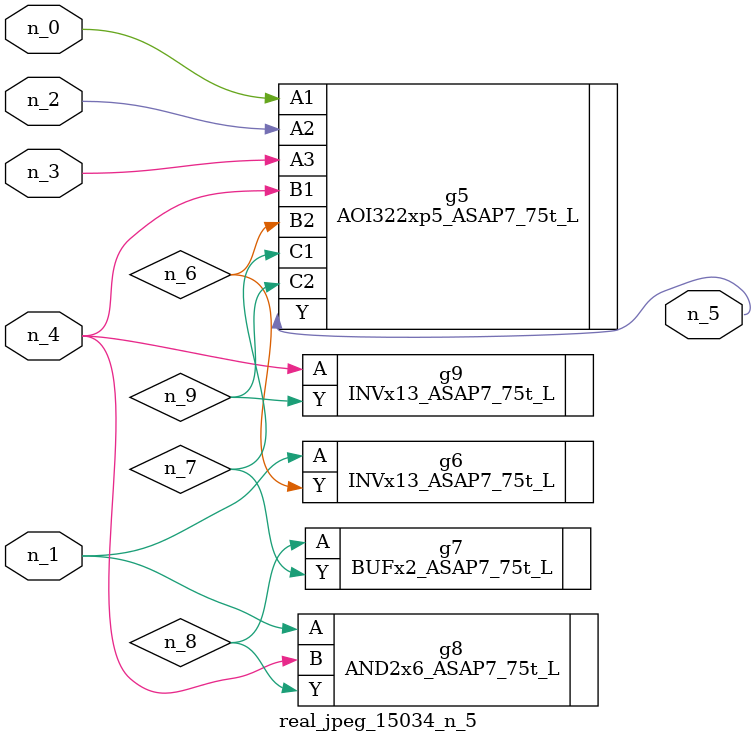
<source format=v>
module real_jpeg_15034_n_5 (n_4, n_0, n_1, n_2, n_3, n_5);

input n_4;
input n_0;
input n_1;
input n_2;
input n_3;

output n_5;

wire n_8;
wire n_6;
wire n_7;
wire n_9;

AOI322xp5_ASAP7_75t_L g5 ( 
.A1(n_0),
.A2(n_2),
.A3(n_3),
.B1(n_4),
.B2(n_6),
.C1(n_7),
.C2(n_9),
.Y(n_5)
);

INVx13_ASAP7_75t_L g6 ( 
.A(n_1),
.Y(n_6)
);

AND2x6_ASAP7_75t_L g8 ( 
.A(n_1),
.B(n_4),
.Y(n_8)
);

INVx13_ASAP7_75t_L g9 ( 
.A(n_4),
.Y(n_9)
);

BUFx2_ASAP7_75t_L g7 ( 
.A(n_8),
.Y(n_7)
);


endmodule
</source>
